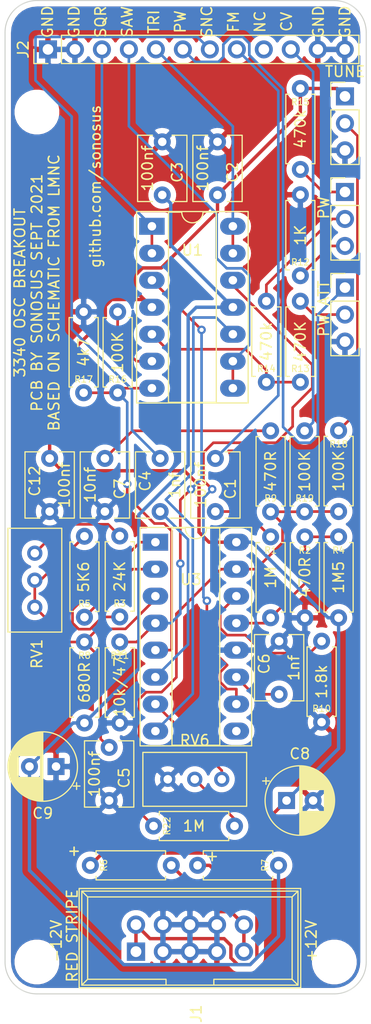
<source format=kicad_pcb>
(kicad_pcb (version 20171130) (host pcbnew "(5.1.9)-1")
  (layers (0 F.Cu signal) (31 B.Cu signal) (34 B.Paste user) (35 F.Paste user) (36 B.SilkS user) (37 F.SilkS user) (38 B.Mask user) (39 F.Mask user) (44 Edge.Cuts user))
  (net 0 "")
  (net 1 "Net-(C1-Pad2)")
  (net 2 FMINPUT)
  (net 3 +12V)
  (net 4 GND)
  (net 5 -12V)
  (net 6 SYNCIN1)
  (net 7 "Net-(C4-Pad1)")
  (net 8 "Net-(C5-Pad1)")
  (net 9 "Net-(C6-Pad1)")
  (net 10 "Net-(C7-Pad1)")
  (net 11 "Net-(J1-Pad1)")
  (net 12 "Net-(J1-Pad10)")
  (net 13 1voctin)
  (net 14 CVIN)
  (net 15 PWMIN)
  (net 16 TRIANGLEOUT)
  (net 17 RAMPOUT)
  (net 18 SQUAREOUT)
  (net 19 "Net-(R1-Pad2)")
  (net 20 "Net-(R3-Pad2)")
  (net 21 "Net-(R3-Pad1)")
  (net 22 "Net-(R5-Pad1)")
  (net 23 CVINPUTS)
  (net 24 "Net-(R10-Pad2)")
  (net 25 VP)
  (net 26 "Net-(R12-Pad1)")
  (net 27 "Net-(R13-Pad2)")
  (net 28 "Net-(R13-Pad1)")
  (net 29 "Net-(R14-Pad2)")
  (net 30 "Net-(R15-Pad2)")
  (net 31 "Net-(R16-Pad2)")
  (net 32 VPWM)
  (net 33 "Net-(R18-Pad1)")
  (net 34 "Net-(R22-Pad2)")
  (net 35 HighFtrack)
  (net 36 VTO)
  (net 37 VSO)
  (net 38 "Net-(U3-Pad9)")
  (module MountingHole:MountingHole_3.2mm_M3 (layer F.Cu) (at 79 35.8)
    (fp_text reference REF**)
    (fp_text value MountingHole_3.2mm_M3)
    (pad 1 np_thru_hole circle (at 0 0) (size 3.2 3.2) (drill 3.2) (layers *.Cu *.Mask))
  )
  (module MountingHole:MountingHole_3.2mm_M3 (layer F.Cu) (at 79 115.8)
    (fp_text reference REF**)
    (fp_text value MountingHole_3.2mm_M3)
    (pad 1 np_thru_hole circle (at 0 0) (size 3.2 3.2) (drill 3.2) (layers *.Cu *.Mask))
  )
  (module MountingHole:MountingHole_3.2mm_M3 (layer F.Cu) (at 107 115.8)
    (fp_text reference REF**)
    (fp_text value MountingHole_3.2mm_M3)
    (pad 1 np_thru_hole circle (at 0 0) (size 3.2 3.2) (drill 3.2) (layers *.Cu *.Mask))
  )
  (module Package_DIP:DIP-16_W7.62mm_Socket_LongPads (layer F.Cu) (at 90.155 76.285)
    (fp_text reference U3 (at 3.345 3.515) (layer F.SilkS))
    (fp_text value AS3340)
    (pad 16 thru_hole oval (at 7.62 0) (size 2.4 1.6) (drill 0.8) (layers *.Cu *.Mask) (net 3 +12V))
    (pad 8 thru_hole oval (at 0 17.78) (size 2.4 1.6) (drill 0.8) (layers *.Cu *.Mask) (net 37 VSO))
    (pad 15 thru_hole oval (at 7.62 2.54) (size 2.4 1.6) (drill 0.8) (layers *.Cu *.Mask) (net 23 CVINPUTS))
    (pad 7 thru_hole oval (at 0 15.24) (size 2.4 1.6) (drill 0.8) (layers *.Cu *.Mask) (net 35 HighFtrack))
    (pad 14 thru_hole oval (at 7.62 5.08) (size 2.4 1.6) (drill 0.8) (layers *.Cu *.Mask) (net 24 "Net-(R10-Pad2)"))
    (pad 6 thru_hole oval (at 0 12.7) (size 2.4 1.6) (drill 0.8) (layers *.Cu *.Mask) (net 7 "Net-(C4-Pad1)"))
    (pad 13 thru_hole oval (at 7.62 7.62) (size 2.4 1.6) (drill 0.8) (layers *.Cu *.Mask) (net 19 "Net-(R1-Pad2)"))
    (pad 5 thru_hole oval (at 0 10.16) (size 2.4 1.6) (drill 0.8) (layers *.Cu *.Mask) (net 32 VPWM))
    (pad 12 thru_hole oval (at 7.62 10.16) (size 2.4 1.6) (drill 0.8) (layers *.Cu *.Mask) (net 4 GND))
    (pad 4 thru_hole oval (at 0 7.62) (size 2.4 1.6) (drill 0.8) (layers *.Cu *.Mask) (net 25 VP))
    (pad 11 thru_hole oval (at 7.62 12.7) (size 2.4 1.6) (drill 0.8) (layers *.Cu *.Mask) (net 9 "Net-(C6-Pad1)"))
    (pad 3 thru_hole oval (at 0 5.08) (size 2.4 1.6) (drill 0.8) (layers *.Cu *.Mask) (net 8 "Net-(C5-Pad1)"))
    (pad 10 thru_hole oval (at 7.62 15.24) (size 2.4 1.6) (drill 0.8) (layers *.Cu *.Mask) (net 36 VTO))
    (pad 2 thru_hole oval (at 0 2.54) (size 2.4 1.6) (drill 0.8) (layers *.Cu *.Mask) (net 22 "Net-(R5-Pad1)"))
    (pad 9 thru_hole oval (at 7.62 17.78) (size 2.4 1.6) (drill 0.8) (layers *.Cu *.Mask) (net 38 "Net-(U3-Pad9)"))
    (pad 1 thru_hole rect (at 0 0) (size 2.4 1.6) (drill 0.8) (layers *.Cu *.Mask) (net 21 "Net-(R3-Pad1)"))
  )
  (module Sonosus:DIP-14_Socket (layer F.Cu) (at 89.825 46.55)
    (fp_text reference U1 (at 3.81 2.25) (layer F.SilkS))
    (fp_text value TL074)
    (pad 14 thru_hole oval (at 7.62 0) (size 2.4 1.6) (drill 0.8) (layers *.Cu *.Mask) (net 16 TRIANGLEOUT))
    (pad 7 thru_hole oval (at 0 15.24) (size 2.4 1.6) (drill 0.8) (layers *.Cu *.Mask) (net 32 VPWM))
    (pad 13 thru_hole oval (at 7.62 2.54) (size 2.4 1.6) (drill 0.8) (layers *.Cu *.Mask) (net 16 TRIANGLEOUT))
    (pad 6 thru_hole oval (at 0 12.7) (size 2.4 1.6) (drill 0.8) (layers *.Cu *.Mask) (net 31 "Net-(R16-Pad2)"))
    (pad 12 thru_hole oval (at 7.62 5.08) (size 2.4 1.6) (drill 0.8) (layers *.Cu *.Mask) (net 36 VTO))
    (pad 5 thru_hole oval (at 0 10.16) (size 2.4 1.6) (drill 0.8) (layers *.Cu *.Mask) (net 28 "Net-(R13-Pad1)"))
    (pad 11 thru_hole oval (at 7.62 7.62) (size 2.4 1.6) (drill 0.8) (layers *.Cu *.Mask) (net 5 -12V))
    (pad 4 thru_hole oval (at 0 7.62) (size 2.4 1.6) (drill 0.8) (layers *.Cu *.Mask) (net 3 +12V))
    (pad 10 thru_hole oval (at 7.62 10.16) (size 2.4 1.6) (drill 0.8) (layers *.Cu *.Mask) (net 37 VSO))
    (pad 3 thru_hole oval (at 0 5.08) (size 2.4 1.6) (drill 0.8) (layers *.Cu *.Mask) (net 25 VP))
    (pad 9 thru_hole oval (at 7.62 12.7) (size 2.4 1.6) (drill 0.8) (layers *.Cu *.Mask) (net 17 RAMPOUT))
    (pad 2 thru_hole oval (at 0 2.54) (size 2.4 1.6) (drill 0.8) (layers *.Cu *.Mask) (net 18 SQUAREOUT))
    (pad 8 thru_hole oval (at 7.62 15.24) (size 2.4 1.6) (drill 0.8) (layers *.Cu *.Mask) (net 17 RAMPOUT))
    (pad 1 thru_hole rect (at 0 0) (size 2.4 1.6) (drill 0.8) (layers *.Cu *.Mask) (net 18 SQUAREOUT))
  )
  (module Potentiometer_THT:Potentiometer_Bourns_3296W_Vertical (layer F.Cu) (at 96.4 98.6)
    (fp_text reference RV6 (at -2.54 -3.66) (layer F.SilkS))
    (fp_text value "20k HF TRACK")
    (pad 3 thru_hole circle (at -5.08 0) (size 1.44 1.44) (drill 0.8) (layers *.Cu *.Mask) (net 4 GND))
    (pad 2 thru_hole circle (at -2.54 0) (size 1.44 1.44) (drill 0.8) (layers *.Cu *.Mask) (net 34 "Net-(R22-Pad2)"))
    (pad 1 thru_hole circle (at 0 0) (size 1.44 1.44) (drill 0.8) (layers *.Cu *.Mask) (net 35 HighFtrack))
  )
  (module Connector_PinHeader_2.54mm:PinHeader_1x03_P2.54mm_Vertical (layer F.Cu) (at 108 34.32)
    (fp_text reference TUNE (at 0 -2.33) (layer F.SilkS))
    (fp_text value "CV LVL 100k")
    (pad 3 thru_hole oval (at 0 5.08) (size 1.7 1.7) (drill 1) (layers *.Cu *.Mask) (net 4 GND))
    (pad 2 thru_hole oval (at 0 2.54) (size 1.7 1.7) (drill 1) (layers *.Cu *.Mask) (net 33 "Net-(R18-Pad1)"))
    (pad 1 thru_hole rect (at 0 0) (size 1.7 1.7) (drill 1) (layers *.Cu *.Mask) (net 3 +12V))
  )
  (module Connector_PinHeader_2.54mm:PinHeader_1x03_P2.54mm_Vertical (layer F.Cu) (at 108 43.32)
    (fp_text reference PW (at -2 1.48 90) (layer F.SilkS))
    (fp_text value "PW 100k")
    (pad 3 thru_hole oval (at 0 5.08) (size 1.7 1.7) (drill 1) (layers *.Cu *.Mask) (net 26 "Net-(R12-Pad1)"))
    (pad 2 thru_hole oval (at 0 2.54) (size 1.7 1.7) (drill 1) (layers *.Cu *.Mask) (net 29 "Net-(R14-Pad2)"))
    (pad 1 thru_hole rect (at 0 0) (size 1.7 1.7) (drill 1) (layers *.Cu *.Mask) (net 30 "Net-(R15-Pad2)"))
  )
  (module Connector_PinHeader_2.54mm:PinHeader_1x03_P2.54mm_Vertical (layer F.Cu) (at 108 52.32)
    (fp_text reference "PW ATT" (at -2 1.98 90) (layer F.SilkS))
    (fp_text value "PWMLVL 100k")
    (pad 3 thru_hole oval (at 0 5.08) (size 1.7 1.7) (drill 1) (layers *.Cu *.Mask) (net 4 GND))
    (pad 2 thru_hole oval (at 0 2.54) (size 1.7 1.7) (drill 1) (layers *.Cu *.Mask) (net 27 "Net-(R13-Pad2)"))
    (pad 1 thru_hole rect (at 0 0) (size 1.7 1.7) (drill 1) (layers *.Cu *.Mask) (net 15 PWMIN))
  )
  (module Potentiometer_THT:Potentiometer_Bourns_3296W_Vertical (layer F.Cu) (at 78.8 77.32 90)
    (fp_text reference RV1 (at -9.48 0.2 90) (layer F.SilkS))
    (fp_text value "10k TRACK")
    (pad 3 thru_hole circle (at -5.08 0 90) (size 1.44 1.44) (drill 0.8) (layers *.Cu *.Mask) (net 8 "Net-(C5-Pad1)"))
    (pad 2 thru_hole circle (at -2.54 0 90) (size 1.44 1.44) (drill 0.8) (layers *.Cu *.Mask) (net 8 "Net-(C5-Pad1)"))
    (pad 1 thru_hole circle (at 0 0 90) (size 1.44 1.44) (drill 0.8) (layers *.Cu *.Mask) (net 20 "Net-(R3-Pad2)"))
  )
  (module Sonosus:Resistor (layer F.Cu) (at 89.98 103)
    (fp_text reference R22 (at 1.27 0 90) (layer F.SilkS) (effects (font (size 0.6 0.6) (thickness 0.1))))
    (fp_text value 1M)
    (fp_text user %V (at 3.81 0) (layer F.SilkS))
    (pad 2 thru_hole oval (at 7.62 0) (size 1.6 1.6) (drill 0.8) (layers *.Cu *.Mask) (net 34 "Net-(R22-Pad2)"))
    (pad 1 thru_hole circle (at 0 0) (size 1.6 1.6) (drill 0.8) (layers *.Cu *.Mask) (net 23 CVINPUTS))
  )
  (module Sonosus:Resistor (layer F.Cu) (at 104.2 73.42 90)
    (fp_text reference R19 (at 1.27 0) (layer F.SilkS) (effects (font (size 0.6 0.6) (thickness 0.1))))
    (fp_text value 100K)
    (fp_text user %V (at 3.81 0 90) (layer F.SilkS))
    (pad 2 thru_hole oval (at 7.62 0 90) (size 1.6 1.6) (drill 0.8) (layers *.Cu *.Mask) (net 13 1voctin))
    (pad 1 thru_hole circle (at 0 0 90) (size 1.6 1.6) (drill 0.8) (layers *.Cu *.Mask) (net 23 CVINPUTS))
  )
  (module Sonosus:Resistor (layer F.Cu) (at 107.4 65.78 270)
    (fp_text reference R18 (at 1.27 0) (layer F.SilkS) (effects (font (size 0.6 0.6) (thickness 0.1))))
    (fp_text value 100K)
    (fp_text user %V (at 3.81 0 90) (layer F.SilkS))
    (pad 2 thru_hole oval (at 7.62 0 270) (size 1.6 1.6) (drill 0.8) (layers *.Cu *.Mask) (net 23 CVINPUTS))
    (pad 1 thru_hole circle (at 0 0 270) (size 1.6 1.6) (drill 0.8) (layers *.Cu *.Mask) (net 33 "Net-(R18-Pad1)"))
  )
  (module Sonosus:Resistor (layer F.Cu) (at 83.4 62.22 90)
    (fp_text reference R17 (at 1.27 0) (layer F.SilkS) (effects (font (size 0.6 0.6) (thickness 0.1))))
    (fp_text value 4k7)
    (fp_text user %V (at 3.81 0 90) (layer F.SilkS))
    (pad 2 thru_hole oval (at 7.62 0 90) (size 1.6 1.6) (drill 0.8) (layers *.Cu *.Mask) (net 4 GND))
    (pad 1 thru_hole circle (at 0 0 90) (size 1.6 1.6) (drill 0.8) (layers *.Cu *.Mask) (net 32 VPWM))
  )
  (module Sonosus:Resistor (layer F.Cu) (at 86.6 62.22 90)
    (fp_text reference R16 (at 1.27 0) (layer F.SilkS) (effects (font (size 0.6 0.6) (thickness 0.1))))
    (fp_text value 100K)
    (fp_text user %V (at 3.81 0 90) (layer F.SilkS))
    (pad 2 thru_hole oval (at 7.62 0 90) (size 1.6 1.6) (drill 0.8) (layers *.Cu *.Mask) (net 31 "Net-(R16-Pad2)"))
    (pad 1 thru_hole circle (at 0 0 90) (size 1.6 1.6) (drill 0.8) (layers *.Cu *.Mask) (net 32 VPWM))
  )
  (module Sonosus:Resistor (layer F.Cu) (at 103.8 33.58 270)
    (fp_text reference R15 (at 1.27 0) (layer F.SilkS) (effects (font (size 0.6 0.6) (thickness 0.1))))
    (fp_text value 470k)
    (fp_text user %V (at 3.81 0 90) (layer F.SilkS))
    (pad 2 thru_hole oval (at 7.62 0 270) (size 1.6 1.6) (drill 0.8) (layers *.Cu *.Mask) (net 30 "Net-(R15-Pad2)"))
    (pad 1 thru_hole circle (at 0 0 270) (size 1.6 1.6) (drill 0.8) (layers *.Cu *.Mask) (net 3 +12V))
  )
  (module Sonosus:Resistor (layer F.Cu) (at 100.6 61.22 90)
    (fp_text reference R14 (at 1.27 0) (layer F.SilkS) (effects (font (size 0.6 0.6) (thickness 0.1))))
    (fp_text value 470k)
    (fp_text user %V (at 3.81 0 90) (layer F.SilkS))
    (pad 2 thru_hole oval (at 7.62 0 90) (size 1.6 1.6) (drill 0.8) (layers *.Cu *.Mask) (net 29 "Net-(R14-Pad2)"))
    (pad 1 thru_hole circle (at 0 0 90) (size 1.6 1.6) (drill 0.8) (layers *.Cu *.Mask) (net 28 "Net-(R13-Pad1)"))
  )
  (module Sonosus:Resistor (layer F.Cu) (at 103.8 61.22 90)
    (fp_text reference R13 (at 1.27 0) (layer F.SilkS) (effects (font (size 0.6 0.6) (thickness 0.1))))
    (fp_text value 470K)
    (fp_text user %V (at 3.81 0 90) (layer F.SilkS))
    (pad 2 thru_hole oval (at 7.62 0 90) (size 1.6 1.6) (drill 0.8) (layers *.Cu *.Mask) (net 27 "Net-(R13-Pad2)"))
    (pad 1 thru_hole circle (at 0 0 90) (size 1.6 1.6) (drill 0.8) (layers *.Cu *.Mask) (net 28 "Net-(R13-Pad1)"))
  )
  (module Sonosus:Resistor (layer F.Cu) (at 103.8 51.2 90)
    (fp_text reference R12 (at 1.27 0) (layer F.SilkS) (effects (font (size 0.6 0.6) (thickness 0.1))))
    (fp_text value 1K)
    (fp_text user %V (at 3.81 0 90) (layer F.SilkS))
    (pad 2 thru_hole oval (at 7.62 0 90) (size 1.6 1.6) (drill 0.8) (layers *.Cu *.Mask) (net 4 GND))
    (pad 1 thru_hole circle (at 0 0 90) (size 1.6 1.6) (drill 0.8) (layers *.Cu *.Mask) (net 26 "Net-(R12-Pad1)"))
  )
  (module Sonosus:Resistor (layer F.Cu) (at 86.8 85.68 270)
    (fp_text reference R11 (at 1.27 0) (layer F.SilkS) (effects (font (size 0.6 0.6) (thickness 0.1))))
    (fp_text value 10k/47k)
    (fp_text user %V (at 3.81 0 90) (layer F.SilkS))
    (pad 2 thru_hole oval (at 7.62 0 270) (size 1.6 1.6) (drill 0.8) (layers *.Cu *.Mask) (net 4 GND))
    (pad 1 thru_hole circle (at 0 0 270) (size 1.6 1.6) (drill 0.8) (layers *.Cu *.Mask) (net 25 VP))
  )
  (module Sonosus:Resistor (layer F.Cu) (at 105.8 93.22 90)
    (fp_text reference R10 (at 1.27 0) (layer F.SilkS) (effects (font (size 0.6 0.6) (thickness 0.1))))
    (fp_text value 1.8k)
    (fp_text user %V (at 3.81 0 90) (layer F.SilkS))
    (pad 2 thru_hole oval (at 7.62 0 90) (size 1.6 1.6) (drill 0.8) (layers *.Cu *.Mask) (net 24 "Net-(R10-Pad2)"))
    (pad 1 thru_hole circle (at 0 0 90) (size 1.6 1.6) (drill 0.8) (layers *.Cu *.Mask) (net 4 GND))
  )
  (module Sonosus:Resistor (layer F.Cu) (at 101 73.42 90)
    (fp_text reference R9 (at 1.27 0) (layer F.SilkS) (effects (font (size 0.6 0.6) (thickness 0.1))))
    (fp_text value 470R)
    (fp_text user %V (at 3.81 0 90) (layer F.SilkS))
    (pad 2 thru_hole oval (at 7.62 0 90) (size 1.6 1.6) (drill 0.8) (layers *.Cu *.Mask) (net 10 "Net-(C7-Pad1)"))
    (pad 1 thru_hole circle (at 0 0 90) (size 1.6 1.6) (drill 0.8) (layers *.Cu *.Mask) (net 23 CVINPUTS))
  )
  (module Sonosus:Resistor (layer F.Cu) (at 83.475 85.68 270)
    (fp_text reference R8 (at 1.27 0) (layer F.SilkS) (effects (font (size 0.6 0.6) (thickness 0.1))))
    (fp_text value 680R)
    (fp_text user %V (at 3.81 0 90) (layer F.SilkS))
    (pad 2 thru_hole oval (at 7.62 0 270) (size 1.6 1.6) (drill 0.8) (layers *.Cu *.Mask) (net 5 -12V))
    (pad 1 thru_hole circle (at 0 0 270) (size 1.6 1.6) (drill 0.8) (layers *.Cu *.Mask) (net 8 "Net-(C5-Pad1)"))
  )
  (module Sonosus:Resistor (layer F.Cu) (at 101.745 106.7 180)
    (fp_text reference R7 (at 1.27 0 90) (layer F.SilkS) (effects (font (size 0.6 0.6) (thickness 0.1))))
    (fp_text value FERRITE)
    (fp_text user + (at 6.245 0.9) (layer F.SilkS))
    (pad 2 thru_hole oval (at 7.62 0 180) (size 1.6 1.6) (drill 0.8) (layers *.Cu *.Mask) (net 11 "Net-(J1-Pad1)"))
    (pad 1 thru_hole circle (at 0 0 180) (size 1.6 1.6) (drill 0.8) (layers *.Cu *.Mask) (net 5 -12V))
  )
  (module Sonosus:Resistor (layer F.Cu) (at 84.03 106.7)
    (fp_text reference R6 (at 1.27 0 90) (layer F.SilkS) (effects (font (size 0.6 0.6) (thickness 0.1))))
    (fp_text value FERRITE)
    (fp_text user + (at -1.53 -1.4) (layer F.SilkS))
    (pad 2 thru_hole oval (at 7.62 0) (size 1.6 1.6) (drill 0.8) (layers *.Cu *.Mask) (net 12 "Net-(J1-Pad10)"))
    (pad 1 thru_hole circle (at 0 0) (size 1.6 1.6) (drill 0.8) (layers *.Cu *.Mask) (net 3 +12V))
  )
  (module Sonosus:Resistor (layer F.Cu) (at 83.475 83.345 90)
    (fp_text reference R5 (at 1.27 0) (layer F.SilkS) (effects (font (size 0.6 0.6) (thickness 0.1))))
    (fp_text value 5K6)
    (fp_text user %V (at 3.79 -0.075 90) (layer F.SilkS))
    (pad 2 thru_hole oval (at 7.62 0 90) (size 1.6 1.6) (drill 0.8) (layers *.Cu *.Mask) (net 8 "Net-(C5-Pad1)"))
    (pad 1 thru_hole circle (at 0 0 90) (size 1.6 1.6) (drill 0.8) (layers *.Cu *.Mask) (net 22 "Net-(R5-Pad1)"))
  )
  (module Sonosus:Resistor (layer F.Cu) (at 107.4 75.78 270)
    (fp_text reference R4 (at 1.27 0) (layer F.SilkS) (effects (font (size 0.6 0.6) (thickness 0.1))))
    (fp_text value 1M5)
    (fp_text user %V (at 3.81 0 90) (layer F.SilkS))
    (pad 2 thru_hole oval (at 7.62 0 270) (size 1.6 1.6) (drill 0.8) (layers *.Cu *.Mask) (net 3 +12V))
    (pad 1 thru_hole circle (at 0 0 270) (size 1.6 1.6) (drill 0.8) (layers *.Cu *.Mask) (net 19 "Net-(R1-Pad2)"))
  )
  (module Sonosus:Resistor (layer F.Cu) (at 86.8 83.32 90)
    (fp_text reference R3 (at 1.27 0) (layer F.SilkS) (effects (font (size 0.6 0.6) (thickness 0.1))))
    (fp_text value 24K)
    (fp_text user %V (at 3.81 0 90) (layer F.SilkS))
    (pad 2 thru_hole oval (at 7.62 0 90) (size 1.6 1.6) (drill 0.8) (layers *.Cu *.Mask) (net 20 "Net-(R3-Pad2)"))
    (pad 1 thru_hole circle (at 0 0 90) (size 1.6 1.6) (drill 0.8) (layers *.Cu *.Mask) (net 21 "Net-(R3-Pad1)"))
  )
  (module Sonosus:Resistor (layer F.Cu) (at 104.225 75.785 270)
    (fp_text reference R2 (at 1.27 0) (layer F.SilkS) (effects (font (size 0.6 0.6) (thickness 0.1))))
    (fp_text value 470R)
    (fp_text user %V (at 3.81 0 90) (layer F.SilkS))
    (pad 2 thru_hole oval (at 7.62 0 270) (size 1.6 1.6) (drill 0.8) (layers *.Cu *.Mask) (net 4 GND))
    (pad 1 thru_hole circle (at 0 0 270) (size 1.6 1.6) (drill 0.8) (layers *.Cu *.Mask) (net 19 "Net-(R1-Pad2)"))
  )
  (module Sonosus:Resistor (layer F.Cu) (at 101 75.78 270)
    (fp_text reference R1 (at 1.27 0) (layer F.SilkS) (effects (font (size 0.6 0.6) (thickness 0.1))))
    (fp_text value 1M)
    (fp_text user %V (at 3.81 0 90) (layer F.SilkS))
    (pad 2 thru_hole oval (at 7.62 0 270) (size 1.6 1.6) (drill 0.8) (layers *.Cu *.Mask) (net 19 "Net-(R1-Pad2)"))
    (pad 1 thru_hole circle (at 0 0 270) (size 1.6 1.6) (drill 0.8) (layers *.Cu *.Mask) (net 1 "Net-(C1-Pad2)"))
  )
  (module Connector_PinHeader_2.54mm:PinHeader_1x12_P2.54mm_Vertical (layer F.Cu) (at 80.04 29.9 90)
    (fp_text reference J2 (at 0 -2.33 90) (layer F.SilkS))
    (fp_text value "PCB INTERCONNECT MAIN")
    (pad 12 thru_hole oval (at 0 27.94 90) (size 1.7 1.7) (drill 1) (layers *.Cu *.Mask) (net 4 GND))
    (pad 11 thru_hole oval (at 0 25.4 90) (size 1.7 1.7) (drill 1) (layers *.Cu *.Mask) (net 4 GND))
    (pad 10 thru_hole oval (at 0 22.86 90) (size 1.7 1.7) (drill 1) (layers *.Cu *.Mask) (net 13 1voctin))
    (pad 9 thru_hole oval (at 0 20.32 90) (size 1.7 1.7) (drill 1) (layers *.Cu *.Mask) (net 14 CVIN))
    (pad 8 thru_hole oval (at 0 17.78 90) (size 1.7 1.7) (drill 1) (layers *.Cu *.Mask) (net 2 FMINPUT))
    (pad 7 thru_hole oval (at 0 15.24 90) (size 1.7 1.7) (drill 1) (layers *.Cu *.Mask) (net 6 SYNCIN1))
    (pad 6 thru_hole oval (at 0 12.7 90) (size 1.7 1.7) (drill 1) (layers *.Cu *.Mask) (net 15 PWMIN))
    (pad 5 thru_hole oval (at 0 10.16 90) (size 1.7 1.7) (drill 1) (layers *.Cu *.Mask) (net 16 TRIANGLEOUT))
    (pad 4 thru_hole oval (at 0 7.62 90) (size 1.7 1.7) (drill 1) (layers *.Cu *.Mask) (net 17 RAMPOUT))
    (pad 3 thru_hole oval (at 0 5.08 90) (size 1.7 1.7) (drill 1) (layers *.Cu *.Mask) (net 18 SQUAREOUT))
    (pad 2 thru_hole oval (at 0 2.54 90) (size 1.7 1.7) (drill 1) (layers *.Cu *.Mask) (net 4 GND))
    (pad 1 thru_hole rect (at 0 0 90) (size 1.7 1.7) (drill 1) (layers *.Cu *.Mask) (net 4 GND))
  )
  (module Sonosus:Power_Header (layer F.Cu) (at 88.325 114.825 90)
    (fp_text reference J1 (at -5.85 5.67 90) (layer F.SilkS))
    (fp_text value "POWER INPUT")
    (fp_text user +12V (at 1 16.5 90) (layer F.SilkS))
    (fp_text user -12V (at 1 -7.5 90) (layer F.SilkS))
    (fp_text user "RED STRIPE" (at 1.5 -6 90) (layer F.SilkS))
    (pad 1 thru_hole rect (at 0 0 90) (size 1.7272 1.7272) (drill 1.016) (layers *.Cu *.Mask) (net 11 "Net-(J1-Pad1)"))
    (pad 2 thru_hole oval (at 2.54 0 90) (size 1.7272 1.7272) (drill 1.016) (layers *.Cu *.Mask) (net 11 "Net-(J1-Pad1)"))
    (pad 3 thru_hole oval (at 0 2.54 90) (size 1.7272 1.7272) (drill 1.016) (layers *.Cu *.Mask) (net 4 GND))
    (pad 4 thru_hole oval (at 2.54 2.54 90) (size 1.7272 1.7272) (drill 1.016) (layers *.Cu *.Mask) (net 4 GND))
    (pad 5 thru_hole oval (at 0 5.08 90) (size 1.7272 1.7272) (drill 1.016) (layers *.Cu *.Mask) (net 4 GND))
    (pad 6 thru_hole oval (at 2.54 5.08 90) (size 1.7272 1.7272) (drill 1.016) (layers *.Cu *.Mask) (net 4 GND))
    (pad 7 thru_hole oval (at 0 7.62 90) (size 1.7272 1.7272) (drill 1.016) (layers *.Cu *.Mask) (net 4 GND))
    (pad 8 thru_hole oval (at 2.54 7.62 90) (size 1.7272 1.7272) (drill 1.016) (layers *.Cu *.Mask) (net 4 GND))
    (pad 9 thru_hole oval (at 0 10.16 90) (size 1.7272 1.7272) (drill 1.016) (layers *.Cu *.Mask) (net 12 "Net-(J1-Pad10)"))
    (pad 10 thru_hole oval (at 2.54 10.16 90) (size 1.7272 1.7272) (drill 1.016) (layers *.Cu *.Mask) (net 12 "Net-(J1-Pad10)"))
  )
  (module Sonosus:Capacitor_NonPolarized (layer F.Cu) (at 80.2 73.4 90)
    (fp_text reference C12 (at 2.8702 -1.4097 90) (layer F.SilkS))
    (fp_text value 100nf (at 2.49174 1.38684 90) (layer F.SilkS))
    (pad 2 thru_hole circle (at 5 0 90) (size 1.6 1.6) (drill 0.8) (layers *.Cu *.Mask) (net 3 +12V))
    (pad 1 thru_hole circle (at 0 0 90) (size 1.6 1.6) (drill 0.8) (layers *.Cu *.Mask) (net 4 GND))
  )
  (module Capacitor_THT:CP_Radial_D6.3mm_P2.50mm (layer F.Cu) (at 80.8 97.4 180)
    (fp_text reference C9 (at 1.25 -4.4) (layer F.SilkS))
    (fp_text value 10uf)
    (pad 2 thru_hole circle (at 2.5 0 180) (size 1.6 1.6) (drill 0.8) (layers *.Cu *.Mask) (net 5 -12V))
    (pad 1 thru_hole rect (at 0 0 180) (size 1.6 1.6) (drill 0.8) (layers *.Cu *.Mask) (net 4 GND))
  )
  (module Capacitor_THT:CP_Radial_D6.3mm_P2.50mm (layer F.Cu) (at 102.5 100.6)
    (fp_text reference C8 (at 1.25 -4.4) (layer F.SilkS))
    (fp_text value 10uf)
    (pad 2 thru_hole circle (at 2.5 0) (size 1.6 1.6) (drill 0.8) (layers *.Cu *.Mask) (net 4 GND))
    (pad 1 thru_hole rect (at 0 0) (size 1.6 1.6) (drill 0.8) (layers *.Cu *.Mask) (net 3 +12V))
  )
  (module Sonosus:Capacitor_NonPolarized (layer F.Cu) (at 85.4 68.4 270)
    (fp_text reference C7 (at 2.8702 -1.4097 90) (layer F.SilkS))
    (fp_text value 10nf (at 2.49174 1.38684 90) (layer F.SilkS))
    (pad 2 thru_hole circle (at 5 0 270) (size 1.6 1.6) (drill 0.8) (layers *.Cu *.Mask) (net 4 GND))
    (pad 1 thru_hole circle (at 0 0 270) (size 1.6 1.6) (drill 0.8) (layers *.Cu *.Mask) (net 10 "Net-(C7-Pad1)"))
  )
  (module Sonosus:Capacitor_NonPolarized (layer F.Cu) (at 101.8 90.6 90)
    (fp_text reference C6 (at 2.8702 -1.4097 90) (layer F.SilkS))
    (fp_text value 1nf (at 2.49174 1.38684 90) (layer F.SilkS))
    (pad 2 thru_hole circle (at 5 0 90) (size 1.6 1.6) (drill 0.8) (layers *.Cu *.Mask) (net 4 GND))
    (pad 1 thru_hole circle (at 0 0 90) (size 1.6 1.6) (drill 0.8) (layers *.Cu *.Mask) (net 9 "Net-(C6-Pad1)"))
  )
  (module Sonosus:Capacitor_NonPolarized (layer F.Cu) (at 85.8 95.6 270)
    (fp_text reference C5 (at 2.8702 -1.4097 90) (layer F.SilkS))
    (fp_text value 100nf (at 2.49174 1.38684 90) (layer F.SilkS))
    (pad 2 thru_hole circle (at 5 0 270) (size 1.6 1.6) (drill 0.8) (layers *.Cu *.Mask) (net 4 GND))
    (pad 1 thru_hole circle (at 0 0 270) (size 1.6 1.6) (drill 0.8) (layers *.Cu *.Mask) (net 8 "Net-(C5-Pad1)"))
  )
  (module Sonosus:Capacitor_NonPolarized (layer F.Cu) (at 90.6 73.4 90)
    (fp_text reference C4 (at 2.8702 -1.4097 90) (layer F.SilkS))
    (fp_text value 1nf (at 2.49174 1.38684 90) (layer F.SilkS))
    (pad 2 thru_hole circle (at 5 0 90) (size 1.6 1.6) (drill 0.8) (layers *.Cu *.Mask) (net 6 SYNCIN1))
    (pad 1 thru_hole circle (at 0 0 90) (size 1.6 1.6) (drill 0.8) (layers *.Cu *.Mask) (net 7 "Net-(C4-Pad1)"))
  )
  (module Sonosus:Capacitor_NonPolarized (layer F.Cu) (at 90.8 38.6 270)
    (fp_text reference C3 (at 2.8702 -1.4097 90) (layer F.SilkS))
    (fp_text value 100nf (at 2.49174 1.38684 90) (layer F.SilkS))
    (pad 2 thru_hole circle (at 5 0 270) (size 1.6 1.6) (drill 0.8) (layers *.Cu *.Mask) (net 5 -12V))
    (pad 1 thru_hole circle (at 0 0 270) (size 1.6 1.6) (drill 0.8) (layers *.Cu *.Mask) (net 4 GND))
  )
  (module Sonosus:Capacitor_NonPolarized (layer F.Cu) (at 96 38.6 270)
    (fp_text reference C2 (at 2.8702 -1.4097 90) (layer F.SilkS))
    (fp_text value 100nf (at 2.49174 1.38684 90) (layer F.SilkS))
    (pad 2 thru_hole circle (at 5 0 270) (size 1.6 1.6) (drill 0.8) (layers *.Cu *.Mask) (net 3 +12V))
    (pad 1 thru_hole circle (at 0 0 270) (size 1.6 1.6) (drill 0.8) (layers *.Cu *.Mask) (net 4 GND))
  )
  (module Sonosus:Capacitor_NonPolarized (layer F.Cu) (at 95.8 68.4 270)
    (fp_text reference C1 (at 2.8702 -1.4097 90) (layer F.SilkS))
    (fp_text value 100nf (at 2.49174 1.38684 90) (layer F.SilkS))
    (pad 2 thru_hole circle (at 5 0 270) (size 1.6 1.6) (drill 0.8) (layers *.Cu *.Mask) (net 1 "Net-(C1-Pad2)"))
    (pad 1 thru_hole circle (at 0 0 270) (size 1.6 1.6) (drill 0.8) (layers *.Cu *.Mask) (net 2 FMINPUT))
  )
  (gr_text github.com/sonosus (at 84.5 42.8 90) (layer F.SilkS) (effects (font (size 1 1))))
  (gr_text "3340 OSC BREAKOUT\nPCB BY SONOSUS SEPT 2021\nBASED ON SCHEMATIC FROM LMNC" (at 79 52.8 90) (layer F.SilkS) (effects (font (size 1 1))))
  (gr_text NC (at 100 27.3 90) (layer F.SilkS) (effects (font (size 1 1))))
  (gr_text CV (at 102.5 27.3 90) (layer F.SilkS) (effects (font (size 1 1))))
  (gr_text FM (at 97.5 27.3 90) (layer F.SilkS) (effects (font (size 1 1))))
  (gr_text SNC (at 95 27.3 90) (layer F.SilkS) (effects (font (size 1 1))))
  (gr_text PW (at 92.5 27.3 90) (layer F.SilkS) (effects (font (size 1 1))))
  (gr_text TRI (at 90 27.3 90) (layer F.SilkS) (effects (font (size 1 1))))
  (gr_text SAW (at 87.5 27.3 90) (layer F.SilkS) (effects (font (size 1 1))))
  (gr_text SQR (at 85 27.3 90) (layer F.SilkS) (effects (font (size 1 1))))
  (gr_text GND (at 105.5 27.3 90) (layer F.SilkS) (effects (font (size 1 1))))
  (gr_text GND (at 108 27.3 90) (layer F.SilkS) (effects (font (size 1 1))))
  (gr_text GND (at 82.5 27.3 90) (layer F.SilkS) (effects (font (size 1 1))))
  (gr_text GND (at 80 27.3 90) (layer F.SilkS) (effects (font (size 1 1))))
  (gr_arc (start 79 28.3) (end 79 25.3) (angle -90) (layer Edge.Cuts) (width 0.1))
  (gr_arc (start 107 28.3) (end 110 28.3) (angle -90) (layer Edge.Cuts) (width 0.1))
  (gr_arc (start 79 115.8) (end 76 115.8) (angle -90) (layer Edge.Cuts) (width 0.1))
  (gr_arc (start 107 115.8) (end 107 118.8) (angle -90) (layer Edge.Cuts) (width 0.1))
  (gr_line (start 110 28.3) (end 110 115.8) (layer Edge.Cuts) (width 0.1))
  (gr_line (start 79 25.3) (end 107 25.3) (layer Edge.Cuts) (width 0.1))
  (gr_line (start 76 115.8) (end 76 28.3) (layer Edge.Cuts) (width 0.1))
  (gr_line (start 107 118.8) (end 79 118.8) (layer Edge.Cuts) (width 0.1))
  (segment (start 98.62 73.4) (end 101 75.78) (width 0.25) (layer F.Cu) (net 1))
  (segment (start 95.8 73.4) (end 98.62 73.4) (width 0.25) (layer F.Cu) (net 1))
  (segment (start 101.725001 33.805001) (end 97.82 29.9) (width 0.25) (layer B.Cu) (net 2))
  (segment (start 95.8 68.4) (end 101.725001 62.474999) (width 0.25) (layer B.Cu) (net 2))
  (segment (start 101.725001 62.474999) (end 101.725001 33.805001) (width 0.25) (layer B.Cu) (net 2))
  (segment (start 85.190001 105.539999) (end 97.560001 105.539999) (width 0.32) (layer F.Cu) (net 3))
  (segment (start 84.03 106.7) (end 85.190001 105.539999) (width 0.32) (layer F.Cu) (net 3))
  (segment (start 97.560001 105.539999) (end 102.5 100.6) (width 0.32) (layer F.Cu) (net 3))
  (segment (start 107.4 95.7) (end 107.4 83.4) (width 0.32) (layer B.Cu) (net 3))
  (segment (start 102.5 100.6) (end 107.4 95.7) (width 0.32) (layer B.Cu) (net 3))
  (segment (start 106.41 83.4) (end 107.4 83.4) (width 0.32) (layer B.Cu) (net 3))
  (segment (start 99.295 76.285) (end 106.41 83.4) (width 0.32) (layer B.Cu) (net 3))
  (segment (start 97.775 76.285) (end 99.295 76.285) (width 0.32) (layer B.Cu) (net 3))
  (segment (start 103.8 35.8) (end 96 43.6) (width 0.32) (layer F.Cu) (net 3))
  (segment (start 103.8 33.58) (end 103.8 35.8) (width 0.32) (layer F.Cu) (net 3))
  (segment (start 107.26 33.58) (end 108 34.32) (width 0.32) (layer F.Cu) (net 3))
  (segment (start 103.8 33.58) (end 107.26 33.58) (width 0.32) (layer F.Cu) (net 3))
  (segment (start 80.2 68.4) (end 80.2 60.3968) (width 0.32) (layer F.Cu) (net 3))
  (segment (start 80.2 60.3968) (end 85.439999 55.156801) (width 0.32) (layer F.Cu) (net 3))
  (segment (start 85.439999 55.156801) (end 85.439999 54.043199) (width 0.32) (layer F.Cu) (net 3))
  (segment (start 85.439999 54.043199) (end 86.043199 53.439999) (width 0.32) (layer F.Cu) (net 3))
  (segment (start 86.043199 53.439999) (end 89.094999 53.439999) (width 0.32) (layer F.Cu) (net 3))
  (segment (start 89.094999 53.439999) (end 89.825 54.17) (width 0.32) (layer F.Cu) (net 3))
  (segment (start 92.884805 69.560001) (end 81.360001 69.560001) (width 0.32) (layer F.Cu) (net 3))
  (segment (start 95.201802 76.285) (end 94.260002 75.3432) (width 0.32) (layer F.Cu) (net 3))
  (segment (start 97.775 76.285) (end 95.201802 76.285) (width 0.32) (layer F.Cu) (net 3))
  (segment (start 94.260002 75.3432) (end 94.260002 70.935198) (width 0.32) (layer F.Cu) (net 3))
  (segment (start 94.260002 70.935198) (end 92.884805 69.560001) (width 0.32) (layer F.Cu) (net 3))
  (segment (start 81.360001 69.560001) (end 80.2 68.4) (width 0.32) (layer F.Cu) (net 3))
  (segment (start 88.944509 50.46999) (end 90.705491 50.46999) (width 0.32) (layer F.Cu) (net 3))
  (segment (start 89.825 54.17) (end 88.26499 52.60999) (width 0.32) (layer F.Cu) (net 3))
  (segment (start 88.26499 52.60999) (end 88.26499 51.149509) (width 0.32) (layer F.Cu) (net 3))
  (segment (start 88.26499 51.149509) (end 88.944509 50.46999) (width 0.32) (layer F.Cu) (net 3))
  (segment (start 90.705491 50.46999) (end 96 45.175481) (width 0.32) (layer F.Cu) (net 3))
  (segment (start 96 45.175481) (end 96 43.6) (width 0.32) (layer F.Cu) (net 3))
  (segment (start 78.3 107.175202) (end 78.3 97.4) (width 0.32) (layer B.Cu) (net 5))
  (segment (start 87.173399 116.048601) (end 78.3 107.175202) (width 0.32) (layer B.Cu) (net 5))
  (segment (start 99.072329 116.048601) (end 87.173399 116.048601) (width 0.32) (layer B.Cu) (net 5))
  (segment (start 101.745 113.37593) (end 99.072329 116.048601) (width 0.32) (layer B.Cu) (net 5))
  (segment (start 101.745 106.7) (end 101.745 113.37593) (width 0.32) (layer B.Cu) (net 5))
  (segment (start 82.4 93.3) (end 83.475 93.3) (width 0.32) (layer B.Cu) (net 5))
  (segment (start 78.3 97.4) (end 82.4 93.3) (width 0.32) (layer B.Cu) (net 5))
  (segment (start 91.599999 44.399999) (end 90.8 43.6) (width 0.32) (layer B.Cu) (net 5))
  (segment (start 91.599999 48.324999) (end 91.599999 44.399999) (width 0.32) (layer B.Cu) (net 5))
  (segment (start 97.445 54.17) (end 91.599999 48.324999) (width 0.32) (layer B.Cu) (net 5))
  (segment (start 93.239998 54.935198) (end 94.005196 54.17) (width 0.32) (layer B.Cu) (net 5))
  (segment (start 83.475 93.3) (end 88.59499 88.18001) (width 0.32) (layer B.Cu) (net 5))
  (segment (start 88.59499 88.18001) (end 88.59499 73.688208) (width 0.32) (layer B.Cu) (net 5))
  (segment (start 94.005196 54.17) (end 97.445 54.17) (width 0.32) (layer B.Cu) (net 5))
  (segment (start 93.239998 69.0432) (end 93.239998 54.935198) (width 0.32) (layer B.Cu) (net 5))
  (segment (start 88.59499 73.688208) (end 93.239998 69.0432) (width 0.32) (layer B.Cu) (net 5))
  (segment (start 94.104999 28.724999) (end 78.929999 28.724999) (width 0.25) (layer B.Cu) (net 6))
  (segment (start 78.929999 28.724999) (end 78.864999 28.789999) (width 0.25) (layer B.Cu) (net 6))
  (segment (start 78.864999 28.789999) (end 78.864999 32.815997) (width 0.25) (layer B.Cu) (net 6))
  (segment (start 82.274999 36.225997) (end 82.274999 56.229997) (width 0.25) (layer B.Cu) (net 6))
  (segment (start 95.28 29.9) (end 94.104999 28.724999) (width 0.25) (layer B.Cu) (net 6))
  (segment (start 82.274999 56.229997) (end 87.950011 61.905009) (width 0.25) (layer B.Cu) (net 6))
  (segment (start 78.864999 32.815997) (end 82.274999 36.225997) (width 0.25) (layer B.Cu) (net 6))
  (segment (start 87.950011 61.905009) (end 87.950011 65.750011) (width 0.25) (layer B.Cu) (net 6))
  (segment (start 87.950011 65.750011) (end 90.6 68.4) (width 0.25) (layer B.Cu) (net 6))
  (segment (start 90.155 88.985) (end 93.225002 85.914998) (width 0.25) (layer B.Cu) (net 7))
  (segment (start 93.225002 85.914998) (end 93.225002 76.025002) (width 0.25) (layer B.Cu) (net 7))
  (segment (start 93.225002 76.025002) (end 90.6 73.4) (width 0.25) (layer B.Cu) (net 7))
  (segment (start 79.34 79.86) (end 78.8 79.86) (width 0.25) (layer F.Cu) (net 8))
  (segment (start 83.475 75.725) (end 79.34 79.86) (width 0.25) (layer F.Cu) (net 8))
  (segment (start 78.8 82.4) (end 78.8 79.86) (width 0.25) (layer F.Cu) (net 8))
  (segment (start 82.08 85.68) (end 78.8 82.4) (width 0.25) (layer F.Cu) (net 8))
  (segment (start 83.475 85.68) (end 82.08 85.68) (width 0.25) (layer F.Cu) (net 8))
  (segment (start 84.709999 84.445001) (end 83.475 85.68) (width 0.25) (layer F.Cu) (net 8))
  (segment (start 87.340001 84.445001) (end 84.709999 84.445001) (width 0.25) (layer F.Cu) (net 8))
  (segment (start 90.155 81.630002) (end 87.340001 84.445001) (width 0.25) (layer F.Cu) (net 8))
  (segment (start 90.155 81.365) (end 90.155 81.630002) (width 0.25) (layer F.Cu) (net 8))
  (segment (start 85.000001 87.205001) (end 83.475 85.68) (width 0.25) (layer F.Cu) (net 8))
  (segment (start 85.000001 94.800001) (end 85.000001 87.205001) (width 0.25) (layer F.Cu) (net 8))
  (segment (start 85.8 95.6) (end 85.000001 94.800001) (width 0.25) (layer F.Cu) (net 8))
  (segment (start 99.39 90.6) (end 97.775 88.985) (width 0.25) (layer F.Cu) (net 9))
  (segment (start 101.8 90.6) (end 99.39 90.6) (width 0.25) (layer F.Cu) (net 9))
  (segment (start 88 65.8) (end 85.4 68.4) (width 0.25) (layer F.Cu) (net 10))
  (segment (start 101 65.8) (end 88 65.8) (width 0.25) (layer F.Cu) (net 10))
  (segment (start 88.325 114.825) (end 88.325 112.285) (width 0.32) (layer F.Cu) (net 11))
  (segment (start 99.708601 115.412329) (end 99.708601 111.152231) (width 0.32) (layer F.Cu) (net 11))
  (segment (start 88.325 112.285) (end 89.641399 113.601399) (width 0.32) (layer F.Cu) (net 11))
  (segment (start 89.641399 113.601399) (end 96.625127 113.601399) (width 0.32) (layer F.Cu) (net 11))
  (segment (start 96.625127 113.601399) (end 97.261399 114.237671) (width 0.32) (layer F.Cu) (net 11))
  (segment (start 97.261399 114.237671) (end 97.261399 115.412329) (width 0.32) (layer F.Cu) (net 11))
  (segment (start 97.897671 116.048601) (end 99.072329 116.048601) (width 0.32) (layer F.Cu) (net 11))
  (segment (start 97.261399 115.412329) (end 97.897671 116.048601) (width 0.32) (layer F.Cu) (net 11))
  (segment (start 99.708601 111.152231) (end 95.25637 106.7) (width 0.32) (layer F.Cu) (net 11))
  (segment (start 99.072329 116.048601) (end 99.708601 115.412329) (width 0.32) (layer F.Cu) (net 11))
  (segment (start 95.25637 106.7) (end 94.125 106.7) (width 0.32) (layer F.Cu) (net 11))
  (segment (start 98.485 112.285) (end 98.485 114.825) (width 0.32) (layer F.Cu) (net 12))
  (segment (start 98.485 112.285) (end 97.261399 111.061399) (width 0.32) (layer F.Cu) (net 12))
  (segment (start 97.261399 111.061399) (end 96.011399 111.061399) (width 0.32) (layer F.Cu) (net 12))
  (segment (start 96.011399 111.061399) (end 91.65 106.7) (width 0.32) (layer F.Cu) (net 12))
  (segment (start 102.9 29.9) (end 105 32) (width 0.25) (layer B.Cu) (net 13))
  (segment (start 104.999999 65.000001) (end 104.2 65.8) (width 0.25) (layer B.Cu) (net 13))
  (segment (start 105 32) (end 104.999999 65.000001) (width 0.25) (layer B.Cu) (net 13))
  (segment (start 105.450011 66.214991) (end 104.740001 66.925001) (width 0.25) (layer B.Cu) (net 15))
  (segment (start 97.255999 28.724999) (end 96.549991 29.431007) (width 0.25) (layer B.Cu) (net 15))
  (segment (start 93.915001 31.075001) (end 92.74 29.9) (width 0.25) (layer B.Cu) (net 15))
  (segment (start 102.175012 65.440014) (end 102.175012 33.618601) (width 0.25) (layer B.Cu) (net 15))
  (segment (start 96.549991 30.613599) (end 96.088589 31.075001) (width 0.25) (layer B.Cu) (net 15))
  (segment (start 96.549991 29.431007) (end 96.549991 30.613599) (width 0.25) (layer B.Cu) (net 15))
  (segment (start 98.384001 28.724999) (end 97.255999 28.724999) (width 0.25) (layer B.Cu) (net 15))
  (segment (start 98.995001 30.438591) (end 98.995001 29.335999) (width 0.25) (layer B.Cu) (net 15))
  (segment (start 98.995001 29.335999) (end 98.384001 28.724999) (width 0.25) (layer B.Cu) (net 15))
  (segment (start 102.175012 33.618601) (end 98.995001 30.438591) (width 0.25) (layer B.Cu) (net 15))
  (segment (start 103.659999 66.925001) (end 102.175012 65.440014) (width 0.25) (layer B.Cu) (net 15))
  (segment (start 105.450011 54.869989) (end 105.450011 66.214991) (width 0.25) (layer B.Cu) (net 15))
  (segment (start 108 52.32) (end 105.450011 54.869989) (width 0.25) (layer B.Cu) (net 15))
  (segment (start 96.088589 31.075001) (end 93.915001 31.075001) (width 0.25) (layer B.Cu) (net 15))
  (segment (start 104.740001 66.925001) (end 103.659999 66.925001) (width 0.25) (layer B.Cu) (net 15))
  (segment (start 97.445 46.55) (end 97.445 49.09) (width 0.25) (layer F.Cu) (net 16))
  (segment (start 97.445 46.55) (end 97.445 37.145) (width 0.25) (layer B.Cu) (net 16))
  (segment (start 97.445 37.145) (end 90.2 29.9) (width 0.25) (layer B.Cu) (net 16))
  (segment (start 97.445 61.79) (end 97.445 59.25) (width 0.25) (layer F.Cu) (net 17))
  (segment (start 98.97001 57.72499) (end 97.445 59.25) (width 0.25) (layer B.Cu) (net 17))
  (segment (start 98.97001 51.164006) (end 98.97001 57.72499) (width 0.25) (layer B.Cu) (net 17))
  (segment (start 96.868986 50.50499) (end 98.310994 50.50499) (width 0.25) (layer B.Cu) (net 17))
  (segment (start 95.91999 49.555994) (end 96.868986 50.50499) (width 0.25) (layer B.Cu) (net 17))
  (segment (start 95.91999 45.384992) (end 95.91999 49.555994) (width 0.25) (layer B.Cu) (net 17))
  (segment (start 87.66 29.9) (end 87.66 37.125002) (width 0.25) (layer B.Cu) (net 17))
  (segment (start 98.310994 50.50499) (end 98.97001 51.164006) (width 0.25) (layer B.Cu) (net 17))
  (segment (start 87.66 37.125002) (end 95.91999 45.384992) (width 0.25) (layer B.Cu) (net 17))
  (segment (start 89.825 46.55) (end 89.825 49.09) (width 0.25) (layer F.Cu) (net 18))
  (segment (start 85.12 41.845) (end 85.12 29.9) (width 0.25) (layer B.Cu) (net 18))
  (segment (start 89.825 46.55) (end 85.12 41.845) (width 0.25) (layer B.Cu) (net 18))
  (segment (start 100.495 83.905) (end 101 83.4) (width 0.25) (layer F.Cu) (net 19))
  (segment (start 97.775 83.905) (end 100.495 83.905) (width 0.25) (layer F.Cu) (net 19))
  (segment (start 104.225 80.175) (end 101 83.4) (width 0.25) (layer F.Cu) (net 19))
  (segment (start 104.225 75.785) (end 104.225 80.175) (width 0.25) (layer F.Cu) (net 19))
  (segment (start 104.23 75.78) (end 104.225 75.785) (width 0.25) (layer F.Cu) (net 19))
  (segment (start 107.4 75.78) (end 104.23 75.78) (width 0.25) (layer F.Cu) (net 19))
  (segment (start 81.520001 74.599999) (end 78.8 77.32) (width 0.25) (layer F.Cu) (net 20))
  (segment (start 85.699999 74.599999) (end 81.520001 74.599999) (width 0.25) (layer F.Cu) (net 20))
  (segment (start 86.8 75.7) (end 85.699999 74.599999) (width 0.25) (layer F.Cu) (net 20))
  (segment (start 84.015001 84.470001) (end 82.934999 84.470001) (width 0.25) (layer F.Cu) (net 21))
  (segment (start 85.165002 83.32) (end 84.015001 84.470001) (width 0.25) (layer F.Cu) (net 21))
  (segment (start 82.349999 83.885001) (end 82.349999 82.640001) (width 0.25) (layer F.Cu) (net 21))
  (segment (start 82.934999 84.470001) (end 82.349999 83.885001) (width 0.25) (layer F.Cu) (net 21))
  (segment (start 88.705 76.285) (end 90.155 76.285) (width 0.25) (layer F.Cu) (net 21))
  (segment (start 86.8 83.32) (end 85.165002 83.32) (width 0.25) (layer F.Cu) (net 21))
  (segment (start 82.349999 82.640001) (end 88.705 76.285) (width 0.25) (layer F.Cu) (net 21))
  (segment (start 87.995 78.825) (end 83.475 83.345) (width 0.25) (layer F.Cu) (net 22))
  (segment (start 90.155 78.825) (end 87.995 78.825) (width 0.25) (layer F.Cu) (net 22))
  (segment (start 104.22 73.4) (end 104.2 73.42) (width 0.25) (layer F.Cu) (net 23))
  (segment (start 107.4 73.4) (end 104.22 73.4) (width 0.25) (layer F.Cu) (net 23))
  (segment (start 101 73.42) (end 104.2 73.42) (width 0.25) (layer F.Cu) (net 23))
  (segment (start 99.620002 78.825) (end 97.775 78.825) (width 0.25) (layer F.Cu) (net 23))
  (segment (start 101 73.42) (end 102.125001 74.545001) (width 0.25) (layer F.Cu) (net 23))
  (segment (start 102.125001 74.545001) (end 102.125001 76.320001) (width 0.25) (layer F.Cu) (net 23))
  (segment (start 102.125001 76.320001) (end 99.620002 78.825) (width 0.25) (layer F.Cu) (net 23))
  (segment (start 92.130021 89.000983) (end 90.731014 90.39999) (width 0.25) (layer F.Cu) (net 23))
  (segment (start 92.130021 83.019979) (end 92.130021 89.000983) (width 0.25) (layer F.Cu) (net 23))
  (segment (start 89.289006 90.39999) (end 88.62999 91.059006) (width 0.25) (layer F.Cu) (net 23))
  (segment (start 88.62999 101.64999) (end 89.98 103) (width 0.25) (layer F.Cu) (net 23))
  (segment (start 90.731014 90.39999) (end 89.289006 90.39999) (width 0.25) (layer F.Cu) (net 23))
  (segment (start 96.325 78.825) (end 92.130021 83.019979) (width 0.25) (layer F.Cu) (net 23))
  (segment (start 97.775 78.825) (end 96.325 78.825) (width 0.25) (layer F.Cu) (net 23))
  (segment (start 88.62999 91.059006) (end 88.62999 101.64999) (width 0.25) (layer F.Cu) (net 23))
  (segment (start 96.909006 85.03001) (end 96.24999 84.370994) (width 0.25) (layer F.Cu) (net 24))
  (segment (start 105.8 85.6) (end 104.674999 86.725001) (width 0.25) (layer F.Cu) (net 24))
  (segment (start 104.674999 86.725001) (end 100.335985 86.725001) (width 0.25) (layer F.Cu) (net 24))
  (segment (start 100.335985 86.725001) (end 98.640994 85.03001) (width 0.25) (layer F.Cu) (net 24))
  (segment (start 98.640994 85.03001) (end 96.909006 85.03001) (width 0.25) (layer F.Cu) (net 24))
  (segment (start 96.24999 84.370994) (end 96.24999 82.89001) (width 0.25) (layer F.Cu) (net 24))
  (segment (start 96.24999 82.89001) (end 97.775 81.365) (width 0.25) (layer F.Cu) (net 24))
  (segment (start 88.38 85.68) (end 90.155 83.905) (width 0.25) (layer F.Cu) (net 25))
  (segment (start 86.8 85.68) (end 88.38 85.68) (width 0.25) (layer F.Cu) (net 25))
  (via (at 92.5 78.3) (size 0.8) (drill 0.4) (layers F.Cu B.Cu) (net 25))
  (segment (start 92.5 83.01) (end 92.5 78.3) (width 0.25) (layer B.Cu) (net 25))
  (segment (start 91.605 83.905) (end 92.5 83.01) (width 0.25) (layer B.Cu) (net 25))
  (segment (start 90.155 83.905) (end 91.605 83.905) (width 0.25) (layer B.Cu) (net 25))
  (segment (start 92.5 72.3) (end 93.5 71.3) (width 0.25) (layer F.Cu) (net 25))
  (segment (start 92.5 78.3) (end 92.5 72.3) (width 0.25) (layer F.Cu) (net 25))
  (via (at 93.5 71.3) (size 0.8) (drill 0.4) (layers F.Cu B.Cu) (net 25))
  (segment (start 93.5 71.3) (end 94.5 70.3) (width 0.25) (layer B.Cu) (net 25))
  (via (at 94.5 56.3) (size 0.8) (drill 0.4) (layers F.Cu B.Cu) (net 25))
  (segment (start 94.5 70.3) (end 94.5 56.3) (width 0.25) (layer B.Cu) (net 25))
  (segment (start 94.5 56.3) (end 89.83 51.63) (width 0.25) (layer F.Cu) (net 25))
  (segment (start 89.83 51.63) (end 89.825 51.63) (width 0.25) (layer F.Cu) (net 25))
  (segment (start 106.6 48.4) (end 103.8 51.2) (width 0.25) (layer F.Cu) (net 26))
  (segment (start 108 48.4) (end 106.6 48.4) (width 0.25) (layer F.Cu) (net 26))
  (segment (start 105.06 54.86) (end 103.8 53.6) (width 0.25) (layer F.Cu) (net 27))
  (segment (start 108 54.86) (end 105.06 54.86) (width 0.25) (layer F.Cu) (net 27))
  (segment (start 103.8 61.22) (end 100.6 61.22) (width 0.25) (layer F.Cu) (net 28))
  (segment (start 100.6 61.22) (end 100.6 60.08863) (width 0.25) (layer F.Cu) (net 28))
  (segment (start 100.6 60.08863) (end 98.63636 58.12499) (width 0.25) (layer F.Cu) (net 28))
  (segment (start 91.23999 58.12499) (end 89.825 56.71) (width 0.25) (layer F.Cu) (net 28))
  (segment (start 98.63636 58.12499) (end 91.23999 58.12499) (width 0.25) (layer F.Cu) (net 28))
  (segment (start 100.6 52.057919) (end 100.6 53.6) (width 0.25) (layer F.Cu) (net 29))
  (segment (start 106.797919 45.86) (end 100.6 52.057919) (width 0.25) (layer F.Cu) (net 29))
  (segment (start 108 45.86) (end 106.797919 45.86) (width 0.25) (layer F.Cu) (net 29))
  (segment (start 105.92 43.32) (end 103.8 41.2) (width 0.25) (layer F.Cu) (net 30))
  (segment (start 108 43.32) (end 105.92 43.32) (width 0.25) (layer F.Cu) (net 30))
  (segment (start 86.6 57.475) (end 86.6 54.6) (width 0.25) (layer F.Cu) (net 31))
  (segment (start 88.375 59.25) (end 86.6 57.475) (width 0.25) (layer F.Cu) (net 31))
  (segment (start 89.825 59.25) (end 88.375 59.25) (width 0.25) (layer F.Cu) (net 31))
  (segment (start 90.155 86.445) (end 90.355 86.445) (width 0.25) (layer F.Cu) (net 32))
  (segment (start 83.4 62.22) (end 86.6 62.22) (width 0.25) (layer F.Cu) (net 32))
  (segment (start 87.03 61.79) (end 86.6 62.22) (width 0.25) (layer F.Cu) (net 32))
  (segment (start 89.825 61.79) (end 87.03 61.79) (width 0.25) (layer F.Cu) (net 32))
  (via (at 87.5 70.8) (size 0.8) (drill 0.4) (layers F.Cu B.Cu) (net 32))
  (segment (start 87.5 71.965002) (end 87.5 70.8) (width 0.25) (layer F.Cu) (net 32))
  (segment (start 91.680001 75.224999) (end 90.980003 74.525001) (width 0.25) (layer F.Cu) (net 32))
  (segment (start 91.680001 86.369999) (end 91.680001 75.224999) (width 0.25) (layer F.Cu) (net 32))
  (segment (start 90.155 86.445) (end 91.605 86.445) (width 0.25) (layer F.Cu) (net 32))
  (segment (start 90.059999 74.525001) (end 87.5 71.965002) (width 0.25) (layer F.Cu) (net 32))
  (segment (start 91.605 86.445) (end 91.680001 86.369999) (width 0.25) (layer F.Cu) (net 32))
  (segment (start 90.980003 74.525001) (end 90.059999 74.525001) (width 0.25) (layer F.Cu) (net 32))
  (segment (start 87.5 70.8) (end 87.5 63.12) (width 0.25) (layer B.Cu) (net 32))
  (segment (start 87.5 63.12) (end 86.6 62.22) (width 0.25) (layer B.Cu) (net 32))
  (segment (start 109.175001 64.004999) (end 107.4 65.78) (width 0.25) (layer F.Cu) (net 33))
  (segment (start 109.175001 38.035001) (end 109.175001 64.004999) (width 0.25) (layer F.Cu) (net 33))
  (segment (start 108 36.86) (end 109.175001 38.035001) (width 0.25) (layer F.Cu) (net 33))
  (segment (start 97.6 102.34) (end 97.6 103) (width 0.25) (layer F.Cu) (net 34))
  (segment (start 93.86 98.6) (end 97.6 102.34) (width 0.25) (layer F.Cu) (net 34))
  (segment (start 96.4 97.77) (end 90.155 91.525) (width 0.25) (layer F.Cu) (net 35))
  (segment (start 96.4 98.6) (end 96.4 97.77) (width 0.25) (layer F.Cu) (net 35))
  (segment (start 96.24999 88.519006) (end 96.909006 87.85999) (width 0.25) (layer F.Cu) (net 36))
  (segment (start 96.24999 89.450994) (end 96.24999 88.519006) (width 0.25) (layer F.Cu) (net 36))
  (segment (start 96.909006 90.11001) (end 96.24999 89.450994) (width 0.25) (layer F.Cu) (net 36))
  (segment (start 97.775 90.11001) (end 96.909006 90.11001) (width 0.25) (layer F.Cu) (net 36))
  (segment (start 97.775 91.525) (end 97.775 90.11001) (width 0.25) (layer F.Cu) (net 36))
  (via (at 95 81.8) (size 0.8) (drill 0.4) (layers F.Cu B.Cu) (net 36))
  (segment (start 95 85.950984) (end 95 81.8) (width 0.25) (layer F.Cu) (net 36))
  (segment (start 96.909006 87.85999) (end 95 85.950984) (width 0.25) (layer F.Cu) (net 36))
  (via (at 95.5 71.3) (size 0.8) (drill 0.4) (layers F.Cu B.Cu) (net 36))
  (segment (start 94.674999 72.125001) (end 95.5 71.3) (width 0.25) (layer B.Cu) (net 36))
  (segment (start 94.674999 81.474999) (end 94.674999 72.125001) (width 0.25) (layer B.Cu) (net 36))
  (segment (start 95 81.8) (end 94.674999 81.474999) (width 0.25) (layer B.Cu) (net 36))
  (segment (start 104.925001 59.590003) (end 97.445 52.110002) (width 0.25) (layer F.Cu) (net 36))
  (segment (start 97.445 52.110002) (end 97.445 51.63) (width 0.25) (layer F.Cu) (net 36))
  (segment (start 104.925001 61.760001) (end 104.925001 59.590003) (width 0.25) (layer F.Cu) (net 36))
  (segment (start 103.074999 63.610003) (end 104.925001 61.760001) (width 0.25) (layer F.Cu) (net 36))
  (segment (start 103.074999 65.390003) (end 103.074999 63.610003) (width 0.25) (layer F.Cu) (net 36))
  (segment (start 101.540001 66.925001) (end 103.074999 65.390003) (width 0.25) (layer F.Cu) (net 36))
  (segment (start 95.609997 66.925001) (end 101.540001 66.925001) (width 0.25) (layer F.Cu) (net 36))
  (segment (start 94.674999 67.859999) (end 95.609997 66.925001) (width 0.25) (layer F.Cu) (net 36))
  (segment (start 94.674999 70.474999) (end 94.674999 67.859999) (width 0.25) (layer F.Cu) (net 36))
  (segment (start 95.5 71.3) (end 94.674999 70.474999) (width 0.25) (layer F.Cu) (net 36))
  (segment (start 95.871094 55.136094) (end 97.445 56.71) (width 0.25) (layer B.Cu) (net 37))
  (segment (start 93.725008 55.136094) (end 95.871094 55.136094) (width 0.25) (layer B.Cu) (net 37))
  (segment (start 93.725008 69.689992) (end 93.725008 55.136094) (width 0.25) (layer B.Cu) (net 37))
  (segment (start 91.140001 72.274999) (end 93.725008 69.689992) (width 0.25) (layer B.Cu) (net 37))
  (segment (start 93.675011 90.544989) (end 93.675011 74.810009) (width 0.25) (layer B.Cu) (net 37))
  (segment (start 90.155 94.065) (end 93.675011 90.544989) (width 0.25) (layer B.Cu) (net 37))
  (segment (start 93.675011 74.810009) (end 91.140001 72.274999) (width 0.25) (layer B.Cu) (net 37))
  (zone (net 4) (net_name GND) (layer F.Cu) (connect_pads (clearance 0.508)) (min_thickness 0.254) (fill yes (arc_segments 32) (thermal_gap 0.508) (thermal_bridge_width 0.508))
    (polygon (pts (xy 109.5 118.8) (xy 76 118.8) (xy 76 25.3) (xy 110 25.3)))
  )
  (zone (net 4) (net_name GND) (layer B.Cu) (connect_pads (clearance 0.508)) (min_thickness 0.254) (fill yes (arc_segments 32) (thermal_gap 0.508) (thermal_bridge_width 0.508))
    (polygon (pts (xy 109.5 118.8) (xy 76 118.8) (xy 76 25.3) (xy 110 25.3)))
  )
)
</source>
